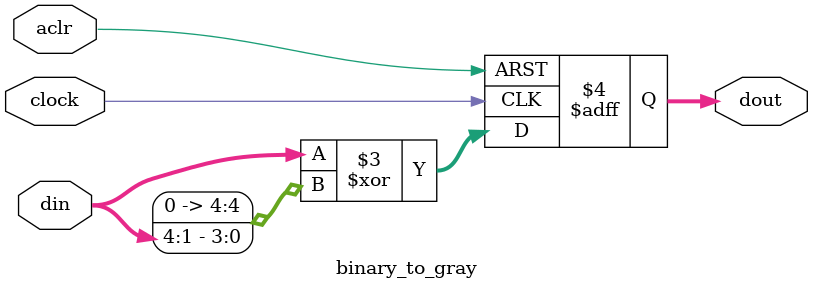
<source format=sv>
module binary_to_gray #(
    parameter WIDTH = 5
) (
    input clock,
    input aclr,
    input [WIDTH-1:0] din,
    output reg [WIDTH-1:0] dout
);

	always @(posedge clock or posedge aclr) begin
		 if (aclr)
			  dout <= 0;
		 else
			  dout <= din ^ (din >> 1);
	end

endmodule

</source>
